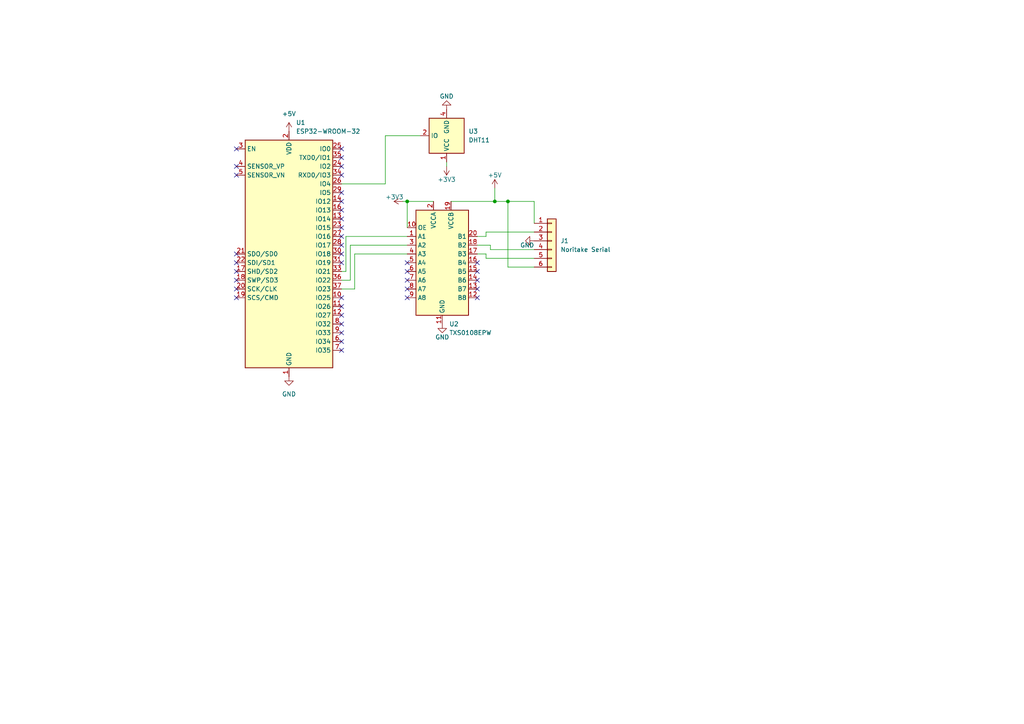
<source format=kicad_sch>
(kicad_sch (version 20211123) (generator eeschema)
  (paper "A4")
  (lib_symbols
    (symbol "Connector_Generic:Conn_01x06" (pin_names (offset 1.016) hide)
      (property "Reference" "J" (at 0 7.62 0))
      (property "Value" "Conn_01x06" (at 0 -10.16 0))
      (symbol "Conn_01x06_1_1"
        (rectangle (start -1.27 -7.493) (end 0 -7.747) (stroke (width 0.1524)))
        (rectangle (start -1.27 -4.953) (end 0 -5.207) (stroke (width 0.1524)))
        (rectangle (start -1.27 -2.413) (end 0 -2.667) (stroke (width 0.1524)))
        (rectangle (start -1.27 0.127) (end 0 -0.127) (stroke (width 0.1524)))
        (rectangle (start -1.27 2.667) (end 0 2.413) (stroke (width 0.1524)))
        (rectangle (start -1.27 5.207) (end 0 4.953) (stroke (width 0.1524)))
        (rectangle (start -1.27 6.35) (end 1.27 -8.89) (stroke (width 0.254)) (fill (type background)))
        (pin passive line (at -5.08 5.08 0) (length 3.81) (name "Pin_1") (number "1"))
        (pin passive line (at -5.08 2.54 0) (length 3.81) (name "Pin_2") (number "2"))
        (pin passive line (at -5.08 0 0) (length 3.81) (name "Pin_3") (number "3"))
        (pin passive line (at -5.08 -2.54 0) (length 3.81) (name "Pin_4") (number "4"))
        (pin passive line (at -5.08 -5.08 0) (length 3.81) (name "Pin_5") (number "5"))
        (pin passive line (at -5.08 -7.62 0) (length 3.81) (name "Pin_6") (number "6"))
      )
    )
    (symbol "Logic_LevelTranslator:TXS0108EPW"
      (property "Reference" "U" (at -6.35 16.51 0))
      (property "Value" "TXS0108EPW" (at 3.81 16.51 0))
      (symbol "TXS0108EPW_0_1"
        (rectangle (start -7.62 15.24) (end 7.62 -15.24) (stroke (width 0.254)) (fill (type background)))
      )
      (symbol "TXS0108EPW_1_1"
        (pin bidirectional line (at -10.16 7.62 0) (length 2.54) (name "A1") (number "1"))
        (pin input line (at -10.16 10.16 0) (length 2.54) (name "OE") (number "10"))
        (pin power_in line (at 0 -17.78 90) (length 2.54) (name "GND") (number "11"))
        (pin bidirectional line (at 10.16 -10.16 180) (length 2.54) (name "B8") (number "12"))
        (pin bidirectional line (at 10.16 -7.62 180) (length 2.54) (name "B7") (number "13"))
        (pin bidirectional line (at 10.16 -5.08 180) (length 2.54) (name "B6") (number "14"))
        (pin bidirectional line (at 10.16 -2.54 180) (length 2.54) (name "B5") (number "15"))
        (pin bidirectional line (at 10.16 0 180) (length 2.54) (name "B4") (number "16"))
        (pin bidirectional line (at 10.16 2.54 180) (length 2.54) (name "B3") (number "17"))
        (pin bidirectional line (at 10.16 5.08 180) (length 2.54) (name "B2") (number "18"))
        (pin power_in line (at 2.54 17.78 270) (length 2.54) (name "VCCB") (number "19"))
        (pin power_in line (at -2.54 17.78 270) (length 2.54) (name "VCCA") (number "2"))
        (pin bidirectional line (at 10.16 7.62 180) (length 2.54) (name "B1") (number "20"))
        (pin bidirectional line (at -10.16 5.08 0) (length 2.54) (name "A2") (number "3"))
        (pin bidirectional line (at -10.16 2.54 0) (length 2.54) (name "A3") (number "4"))
        (pin bidirectional line (at -10.16 0 0) (length 2.54) (name "A4") (number "5"))
        (pin bidirectional line (at -10.16 -2.54 0) (length 2.54) (name "A5") (number "6"))
        (pin bidirectional line (at -10.16 -5.08 0) (length 2.54) (name "A6") (number "7"))
        (pin bidirectional line (at -10.16 -7.62 0) (length 2.54) (name "A7") (number "8"))
        (pin bidirectional line (at -10.16 -10.16 0) (length 2.54) (name "A8") (number "9"))
      )
    )
    (symbol "RF_Module:ESP32-WROOM-32"
      (property "Reference" "U" (at -12.7 34.29 0))
      (property "Value" "ESP32-WROOM-32" (at 1.27 34.29 0))
      (symbol "ESP32-WROOM-32_0_1"
        (rectangle (start -12.7 33.02) (end 12.7 -33.02) (stroke (width 0.254)) (fill (type background)))
      )
      (symbol "ESP32-WROOM-32_1_1"
        (pin power_in line (at 0 -35.56 90) (length 2.54) (name "GND") (number "1"))
        (pin bidirectional line (at 15.24 -12.7 180) (length 2.54) (name "IO25") (number "10"))
        (pin bidirectional line (at 15.24 -15.24 180) (length 2.54) (name "IO26") (number "11"))
        (pin bidirectional line (at 15.24 -17.78 180) (length 2.54) (name "IO27") (number "12"))
        (pin bidirectional line (at 15.24 10.16 180) (length 2.54) (name "IO14") (number "13"))
        (pin bidirectional line (at 15.24 15.24 180) (length 2.54) (name "IO12") (number "14"))
        (pin passive line (at 0 -35.56 90) (length 2.54) hide (name "GND") (number "15"))
        (pin bidirectional line (at 15.24 12.7 180) (length 2.54) (name "IO13") (number "16"))
        (pin bidirectional line (at -15.24 -5.08 0) (length 2.54) (name "SHD/SD2") (number "17"))
        (pin bidirectional line (at -15.24 -7.62 0) (length 2.54) (name "SWP/SD3") (number "18"))
        (pin bidirectional line (at -15.24 -12.7 0) (length 2.54) (name "SCS/CMD") (number "19"))
        (pin power_in line (at 0 35.56 270) (length 2.54) (name "VDD") (number "2"))
        (pin bidirectional line (at -15.24 -10.16 0) (length 2.54) (name "SCK/CLK") (number "20"))
        (pin bidirectional line (at -15.24 0 0) (length 2.54) (name "SDO/SD0") (number "21"))
        (pin bidirectional line (at -15.24 -2.54 0) (length 2.54) (name "SDI/SD1") (number "22"))
        (pin bidirectional line (at 15.24 7.62 180) (length 2.54) (name "IO15") (number "23"))
        (pin bidirectional line (at 15.24 25.4 180) (length 2.54) (name "IO2") (number "24"))
        (pin bidirectional line (at 15.24 30.48 180) (length 2.54) (name "IO0") (number "25"))
        (pin bidirectional line (at 15.24 20.32 180) (length 2.54) (name "IO4") (number "26"))
        (pin bidirectional line (at 15.24 5.08 180) (length 2.54) (name "IO16") (number "27"))
        (pin bidirectional line (at 15.24 2.54 180) (length 2.54) (name "IO17") (number "28"))
        (pin bidirectional line (at 15.24 17.78 180) (length 2.54) (name "IO5") (number "29"))
        (pin input line (at -15.24 30.48 0) (length 2.54) (name "EN") (number "3"))
        (pin bidirectional line (at 15.24 0 180) (length 2.54) (name "IO18") (number "30"))
        (pin bidirectional line (at 15.24 -2.54 180) (length 2.54) (name "IO19") (number "31"))
        (pin no_connect line (at -12.7 -27.94 0) (length 2.54) hide (name "NC") (number "32"))
        (pin bidirectional line (at 15.24 -5.08 180) (length 2.54) (name "IO21") (number "33"))
        (pin bidirectional line (at 15.24 22.86 180) (length 2.54) (name "RXD0/IO3") (number "34"))
        (pin bidirectional line (at 15.24 27.94 180) (length 2.54) (name "TXD0/IO1") (number "35"))
        (pin bidirectional line (at 15.24 -7.62 180) (length 2.54) (name "IO22") (number "36"))
        (pin bidirectional line (at 15.24 -10.16 180) (length 2.54) (name "IO23") (number "37"))
        (pin passive line (at 0 -35.56 90) (length 2.54) hide (name "GND") (number "38"))
        (pin passive line (at 0 -35.56 90) (length 2.54) hide (name "GND") (number "39"))
        (pin input line (at -15.24 25.4 0) (length 2.54) (name "SENSOR_VP") (number "4"))
        (pin input line (at -15.24 22.86 0) (length 2.54) (name "SENSOR_VN") (number "5"))
        (pin input line (at 15.24 -25.4 180) (length 2.54) (name "IO34") (number "6"))
        (pin input line (at 15.24 -27.94 180) (length 2.54) (name "IO35") (number "7"))
        (pin bidirectional line (at 15.24 -20.32 180) (length 2.54) (name "IO32") (number "8"))
        (pin bidirectional line (at 15.24 -22.86 180) (length 2.54) (name "IO33") (number "9"))
      )
    )
    (symbol "Sensor:DHT11"
      (property "Reference" "U" (at -3.81 6.35 0))
      (property "Value" "DHT11" (at 3.81 6.35 0))
      (symbol "DHT11_0_1"
        (rectangle (start -5.08 5.08) (end 5.08 -5.08) (stroke (width 0.254)) (fill (type background)))
      )
      (symbol "DHT11_1_1"
        (pin power_in line (at 0 7.62 270) (length 2.54) (name "VCC") (number "1"))
        (pin bidirectional line (at 7.62 0 180) (length 2.54) (name "IO") (number "2"))
        (pin no_connect line (at -5.08 0 0) (length 2.54) hide (name "NC") (number "3"))
        (pin power_in line (at 0 -7.62 90) (length 2.54) (name "GND") (number "4"))
      )
    )
    (symbol "power:+3.3V" (power) (pin_names (offset 0))
      (property "Value" "+3.3V" (at 0 3.556 0))
      (symbol "+3.3V_0_1"
        (polyline (pts (xy -0.762 1.27) (xy 0 2.54)))
        (polyline (pts (xy 0 0) (xy 0 2.54)))
        (polyline (pts (xy 0 2.54) (xy 0.762 1.27)))
      )
      (symbol "+3.3V_1_1"
        (pin power_in line (at 0 0 90) (length 0) hide (name "+3V3") (number "1"))
      )
    )
    (symbol "power:+5V" (power) (pin_names (offset 0))
      (property "Value" "+5V" (at 0 3.556 0))
      (symbol "+5V_0_1"
        (polyline (pts (xy -0.762 1.27) (xy 0 2.54)))
        (polyline (pts (xy 0 0) (xy 0 2.54)))
        (polyline (pts (xy 0 2.54) (xy 0.762 1.27)))
      )
      (symbol "+5V_1_1"
        (pin power_in line (at 0 0 90) (length 0) hide (name "+5V") (number "1"))
      )
    )
    (symbol "power:GND" (power) (pin_names (offset 0))
      (property "Value" "GND" (at 0 -3.81 0))
      (symbol "GND_0_1"
        (polyline (pts (xy 0 0) (xy 0 -1.27) (xy 1.27 -1.27) (xy 0 -2.54) (xy -1.27 -1.27) (xy 0 -1.27)))
      )
      (symbol "GND_1_1"
        (pin power_in line (at 0 0 270) (length 0) hide (name "GND") (number "1"))
      )
    )
  )
  (junction (at 147.32 58.42))
  (junction (at 118.11 58.42))
  (junction (at 143.51 58.42))
  (no_connect (at 138.43 78.74))
  (no_connect (at 138.43 81.28))
  (no_connect (at 138.43 83.82))
  (no_connect (at 138.43 86.36))
  (no_connect (at 138.43 76.2))
  (no_connect (at 118.11 76.2))
  (no_connect (at 118.11 78.74))
  (no_connect (at 118.11 86.36))
  (no_connect (at 118.11 83.82))
  (no_connect (at 118.11 81.28))
  (no_connect (at 99.06 73.66))
  (no_connect (at 99.06 71.12))
  (no_connect (at 99.06 68.58))
  (no_connect (at 99.06 66.04))
  (no_connect (at 99.06 63.5))
  (no_connect (at 99.06 60.96))
  (no_connect (at 99.06 58.42))
  (no_connect (at 99.06 55.88))
  (no_connect (at 99.06 50.8))
  (no_connect (at 99.06 48.26))
  (no_connect (at 99.06 45.72))
  (no_connect (at 99.06 43.18))
  (no_connect (at 68.58 78.74))
  (no_connect (at 68.58 81.28))
  (no_connect (at 68.58 83.82))
  (no_connect (at 68.58 86.36))
  (no_connect (at 68.58 43.18))
  (no_connect (at 68.58 48.26))
  (no_connect (at 68.58 50.8))
  (no_connect (at 68.58 73.66))
  (no_connect (at 68.58 76.2))
  (no_connect (at 99.06 76.2))
  (no_connect (at 99.06 101.6))
  (no_connect (at 99.06 99.06))
  (no_connect (at 99.06 96.52))
  (no_connect (at 99.06 93.98))
  (no_connect (at 99.06 91.44))
  (no_connect (at 99.06 88.9))
  (no_connect (at 99.06 86.36))
  (wire (pts (xy 140.97 67.31) (xy 140.97 68.58)))
  (wire (pts (xy 147.32 58.42) (xy 154.94 58.42)))
  (wire (pts (xy 140.97 68.58) (xy 138.43 68.58)))
  (wire (pts (xy 100.33 78.74) (xy 99.06 78.74)))
  (wire (pts (xy 111.76 39.37) (xy 111.76 53.34)))
  (wire (pts (xy 154.94 67.31) (xy 140.97 67.31)))
  (wire (pts (xy 130.81 58.42) (xy 143.51 58.42)))
  (wire (pts (xy 102.87 73.66) (xy 102.87 83.82)))
  (wire (pts (xy 129.54 46.99) (xy 129.54 48.26)))
  (wire (pts (xy 143.51 54.61) (xy 143.51 58.42)))
  (wire (pts (xy 143.51 58.42) (xy 147.32 58.42)))
  (wire (pts (xy 102.87 83.82) (xy 99.06 83.82)))
  (wire (pts (xy 154.94 77.47) (xy 147.32 77.47)))
  (wire (pts (xy 99.06 81.28) (xy 101.6 81.28)))
  (wire (pts (xy 142.24 71.12) (xy 138.43 71.12)))
  (wire (pts (xy 118.11 58.42) (xy 125.73 58.42)))
  (wire (pts (xy 154.94 58.42) (xy 154.94 64.77)))
  (wire (pts (xy 138.43 73.66) (xy 140.97 73.66)))
  (wire (pts (xy 118.11 73.66) (xy 102.87 73.66)))
  (wire (pts (xy 154.94 72.39) (xy 142.24 72.39)))
  (wire (pts (xy 111.76 39.37) (xy 121.92 39.37)))
  (wire (pts (xy 100.33 68.58) (xy 100.33 78.74)))
  (wire (pts (xy 154.94 74.93) (xy 140.97 74.93)))
  (wire (pts (xy 142.24 72.39) (xy 142.24 71.12)))
  (wire (pts (xy 147.32 77.47) (xy 147.32 58.42)))
  (wire (pts (xy 118.11 71.12) (xy 101.6 71.12)))
  (wire (pts (xy 101.6 71.12) (xy 101.6 81.28)))
  (wire (pts (xy 118.11 68.58) (xy 100.33 68.58)))
  (wire (pts (xy 116.84 58.42) (xy 118.11 58.42)))
  (wire (pts (xy 140.97 74.93) (xy 140.97 73.66)))
  (wire (pts (xy 99.06 53.34) (xy 111.76 53.34)))
  (wire (pts (xy 118.11 58.42) (xy 118.11 66.04)))
  (symbol (lib_id "Connector_Generic:Conn_01x06") (at 160.02 69.85 0) (unit 1)
    (property "Reference" "J1" (at 162.56 69.8499 0) (effects (justify left)))
    (property "Value" "Noritake Serial" (at 162.56 72.3899 0) (effects (justify left)))
  )
  (symbol (lib_id "power:GND") (at 129.54 31.75 180) (unit 1)
    (property "Reference" "#PWR05" (effects hide))
    (property "Value" "GND" (at 129.54 27.94 0))
  )
  (symbol (lib_id "power:GND") (at 128.27 93.98 0) (unit 1)
    (property "Reference" "#PWR04" (effects hide))
    (property "Value" "GND" (at 128.27 97.79 0))
  )
  (symbol (lib_id "power:+3.3V") (at 116.84 58.42 90) (unit 1)
    (property "Reference" "#PWR03" (effects hide))
    (property "Value" "+3.3V" (at 111.76 57.15 90) (effects (justify right)))
  )
  (symbol (lib_id "Logic_LevelTranslator:TXS0108EPW") (at 128.27 76.2 0) (unit 1)
    (property "Reference" "U2" (at 130.2894 93.98 0) (effects (justify left)))
    (property "Value" "TXS0108EPW" (at 130.2894 96.52 0) (effects (justify left)))
    (property "Footprint" "Package_SO:TSSOP-20_4.4x6.5mm_P0.65mm" (effects hide))
    (property "Datasheet" "www.ti.com/lit/ds/symlink/txs0108e.pdf" (effects hide))
  )
  (symbol (lib_id "power:+5V") (at 83.82 38.1 0) (unit 1)
    (property "Reference" "#PWR01" (effects hide))
    (property "Value" "+5V" (at 83.82 33.02 0))
  )
  (symbol (lib_id "power:GND") (at 83.82 109.22 0) (unit 1)
    (property "Reference" "#PWR02" (effects hide))
    (property "Value" "GND" (at 83.82 114.3 0))
  )
  (symbol (lib_id "RF_Module:ESP32-WROOM-32") (at 83.82 73.66 0) (unit 1)
    (property "Reference" "U1" (at 85.8394 35.56 0) (effects (justify left)))
    (property "Value" "ESP32-WROOM-32" (at 85.8394 38.1 0) (effects (justify left)))
    (property "Footprint" "RF_Module:ESP32-WROOM-32" (effects hide))
    (property "Datasheet" "https://www.espressif.com/sites/default/files/documentation/esp32-wroom-32_datasheet_en.pdf" (effects hide))
  )
  (symbol (lib_id "Sensor:DHT11") (at 129.54 39.37 180) (unit 1)
    (property "Reference" "U3" (at 135.89 38.0999 0) (effects (justify right)))
    (property "Value" "DHT11" (at 135.89 40.6399 0) (effects (justify right)))
    (property "Footprint" "Sensor:Aosong_DHT11_5.5x12.0_P2.54mm" (effects hide))
    (property "Datasheet" "http://akizukidenshi.com/download/ds/aosong/DHT11.pdf" (effects hide))
  )
  (symbol (lib_id "power:+3.3V") (at 129.54 48.26 180) (unit 1)
    (property "Reference" "#PWR06" (effects hide))
    (property "Value" "+3.3V" (at 129.54 52.07 0))
  )
  (symbol (lib_id "power:GND") (at 154.94 69.85 270) (unit 1)
    (property "Reference" "#PWR08" (effects hide))
    (property "Value" "GND" (at 154.94 71.12 90) (effects (justify right)))
  )
  (symbol (lib_id "power:+5V") (at 143.51 54.61 0) (unit 1)
    (property "Reference" "#PWR07" (effects hide))
    (property "Value" "+5V" (at 143.51 50.8 0))
  )
)
</source>
